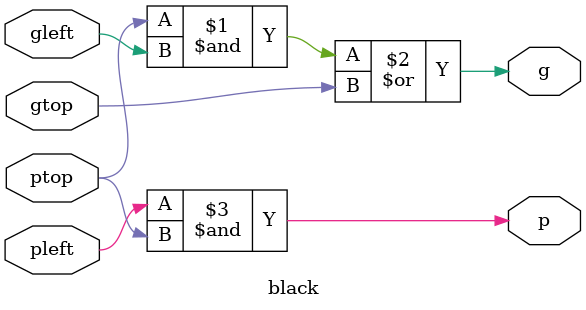
<source format=v>
module black (
    input gleft, pleft, gtop, ptop,
    output g, p
);

    assign g = (ptop & gleft) | gtop;

    assign p = pleft & ptop;
    
endmodule
</source>
